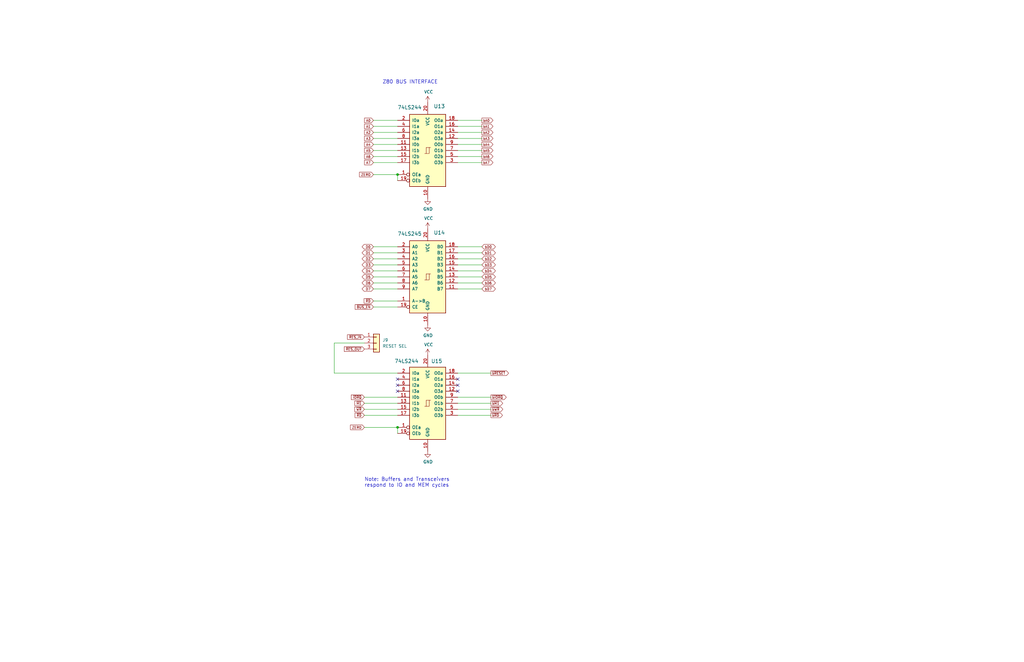
<source format=kicad_sch>
(kicad_sch (version 20211123) (generator eeschema)
  (paper "B")
  (lib_symbols
    (symbol "74xx:74LS244" (pin_names (offset 1.016))
      (property "Reference" "U" (at -7.62 16.51 0))
      (property "Value" "74LS244" (at -7.62 -16.51 0))
      (symbol "74LS244_1_0"
        (polyline (pts (xy -0.635 -1.27) (xy -0.635 1.27) (xy 0.635 1.27)))
        (polyline (pts (xy -1.27 -1.27) (xy 0.635 -1.27) (xy 0.635 1.27) (xy 1.27 1.27)))
        (pin input inverted (at -12.7 -10.16 0) (length 5.08) (name "OEa") (number "1"))
        (pin power_in line (at 0 -20.32 90) (length 5.08) (name "GND") (number "10"))
        (pin input line (at -12.7 2.54 0) (length 5.08) (name "I0b") (number "11"))
        (pin tri_state line (at 12.7 5.08 180) (length 5.08) (name "O3a") (number "12"))
        (pin input line (at -12.7 0 0) (length 5.08) (name "I1b") (number "13"))
        (pin tri_state line (at 12.7 7.62 180) (length 5.08) (name "O2a") (number "14"))
        (pin input line (at -12.7 -2.54 0) (length 5.08) (name "I2b") (number "15"))
        (pin tri_state line (at 12.7 10.16 180) (length 5.08) (name "O1a") (number "16"))
        (pin input line (at -12.7 -5.08 0) (length 5.08) (name "I3b") (number "17"))
        (pin tri_state line (at 12.7 12.7 180) (length 5.08) (name "O0a") (number "18"))
        (pin input inverted (at -12.7 -12.7 0) (length 5.08) (name "OEb") (number "19"))
        (pin input line (at -12.7 12.7 0) (length 5.08) (name "I0a") (number "2"))
        (pin power_in line (at 0 20.32 270) (length 5.08) (name "VCC") (number "20"))
        (pin tri_state line (at 12.7 -5.08 180) (length 5.08) (name "O3b") (number "3"))
        (pin input line (at -12.7 10.16 0) (length 5.08) (name "I1a") (number "4"))
        (pin tri_state line (at 12.7 -2.54 180) (length 5.08) (name "O2b") (number "5"))
        (pin input line (at -12.7 7.62 0) (length 5.08) (name "I2a") (number "6"))
        (pin tri_state line (at 12.7 0 180) (length 5.08) (name "O1b") (number "7"))
        (pin input line (at -12.7 5.08 0) (length 5.08) (name "I3a") (number "8"))
        (pin tri_state line (at 12.7 2.54 180) (length 5.08) (name "O0b") (number "9"))
      )
      (symbol "74LS244_1_1"
        (rectangle (start -7.62 15.24) (end 7.62 -15.24) (stroke (width 0.254)) (fill (type background)))
      )
    )
    (symbol "74xx:74LS245" (pin_names (offset 1.016))
      (property "Reference" "U" (at -7.62 16.51 0))
      (property "Value" "74LS245" (at -7.62 -16.51 0))
      (symbol "74LS245_1_0"
        (polyline (pts (xy -0.635 -1.27) (xy -0.635 1.27) (xy 0.635 1.27)))
        (polyline (pts (xy -1.27 -1.27) (xy 0.635 -1.27) (xy 0.635 1.27) (xy 1.27 1.27)))
        (pin input line (at -12.7 -10.16 0) (length 5.08) (name "A->B") (number "1"))
        (pin power_in line (at 0 -20.32 90) (length 5.08) (name "GND") (number "10"))
        (pin tri_state line (at 12.7 -5.08 180) (length 5.08) (name "B7") (number "11"))
        (pin tri_state line (at 12.7 -2.54 180) (length 5.08) (name "B6") (number "12"))
        (pin tri_state line (at 12.7 0 180) (length 5.08) (name "B5") (number "13"))
        (pin tri_state line (at 12.7 2.54 180) (length 5.08) (name "B4") (number "14"))
        (pin tri_state line (at 12.7 5.08 180) (length 5.08) (name "B3") (number "15"))
        (pin tri_state line (at 12.7 7.62 180) (length 5.08) (name "B2") (number "16"))
        (pin tri_state line (at 12.7 10.16 180) (length 5.08) (name "B1") (number "17"))
        (pin tri_state line (at 12.7 12.7 180) (length 5.08) (name "B0") (number "18"))
        (pin input inverted (at -12.7 -12.7 0) (length 5.08) (name "CE") (number "19"))
        (pin tri_state line (at -12.7 12.7 0) (length 5.08) (name "A0") (number "2"))
        (pin power_in line (at 0 20.32 270) (length 5.08) (name "VCC") (number "20"))
        (pin tri_state line (at -12.7 10.16 0) (length 5.08) (name "A1") (number "3"))
        (pin tri_state line (at -12.7 7.62 0) (length 5.08) (name "A2") (number "4"))
        (pin tri_state line (at -12.7 5.08 0) (length 5.08) (name "A3") (number "5"))
        (pin tri_state line (at -12.7 2.54 0) (length 5.08) (name "A4") (number "6"))
        (pin tri_state line (at -12.7 0 0) (length 5.08) (name "A5") (number "7"))
        (pin tri_state line (at -12.7 -2.54 0) (length 5.08) (name "A6") (number "8"))
        (pin tri_state line (at -12.7 -5.08 0) (length 5.08) (name "A7") (number "9"))
      )
      (symbol "74LS245_1_1"
        (rectangle (start -7.62 15.24) (end 7.62 -15.24) (stroke (width 0.254)) (fill (type background)))
      )
    )
    (symbol "Connector_Generic:Conn_01x03" (pin_names (offset 1.016) hide)
      (property "Reference" "J" (at 0 5.08 0))
      (property "Value" "Conn_01x03" (at 0 -5.08 0))
      (symbol "Conn_01x03_1_1"
        (rectangle (start -1.27 -2.413) (end 0 -2.667) (stroke (width 0.1524)))
        (rectangle (start -1.27 0.127) (end 0 -0.127) (stroke (width 0.1524)))
        (rectangle (start -1.27 2.667) (end 0 2.413) (stroke (width 0.1524)))
        (rectangle (start -1.27 3.81) (end 1.27 -3.81) (stroke (width 0.254)) (fill (type background)))
        (pin passive line (at -5.08 2.54 0) (length 3.81) (name "Pin_1") (number "1"))
        (pin passive line (at -5.08 0 0) (length 3.81) (name "Pin_2") (number "2"))
        (pin passive line (at -5.08 -2.54 0) (length 3.81) (name "Pin_3") (number "3"))
      )
    )
    (symbol "power:GND" (power) (pin_names (offset 0))
      (property "Value" "GND" (at 0 -3.81 0))
      (symbol "GND_0_1"
        (polyline (pts (xy 0 0) (xy 0 -1.27) (xy 1.27 -1.27) (xy 0 -2.54) (xy -1.27 -1.27) (xy 0 -1.27)))
      )
      (symbol "GND_1_1"
        (pin power_in line (at 0 0 270) (length 0) hide (name "GND") (number "1"))
      )
    )
    (symbol "power:VCC" (power) (pin_names (offset 0))
      (property "Value" "VCC" (at 0 3.81 0))
      (symbol "VCC_0_1"
        (polyline (pts (xy -0.762 1.27) (xy 0 2.54)))
        (polyline (pts (xy 0 0) (xy 0 2.54)))
        (polyline (pts (xy 0 2.54) (xy 0.762 1.27)))
      )
      (symbol "VCC_1_1"
        (pin power_in line (at 0 0 90) (length 0) hide (name "VCC") (number "1"))
      )
    )
  )
  (junction (at 167.64 180.34))
  (junction (at 167.64 73.66))
  (no_connect (at 167.64 162.56))
  (no_connect (at 167.64 160.02))
  (no_connect (at 193.04 160.02))
  (no_connect (at 193.04 165.1))
  (no_connect (at 193.04 162.56))
  (no_connect (at 167.64 165.1))
  (wire (pts (xy 193.04 60.96) (xy 203.2 60.96)))
  (wire (pts (xy 193.04 167.64) (xy 207.01 167.64)))
  (wire (pts (xy 193.04 104.14) (xy 203.2 104.14)))
  (wire (pts (xy 157.48 119.38) (xy 167.64 119.38)))
  (wire (pts (xy 193.04 66.04) (xy 203.2 66.04)))
  (wire (pts (xy 167.64 180.34) (xy 167.64 182.88)))
  (wire (pts (xy 153.67 170.18) (xy 167.64 170.18)))
  (wire (pts (xy 157.48 127) (xy 167.64 127)))
  (wire (pts (xy 157.48 63.5) (xy 167.64 63.5)))
  (wire (pts (xy 157.48 106.68) (xy 167.64 106.68)))
  (wire (pts (xy 157.48 53.34) (xy 167.64 53.34)))
  (wire (pts (xy 193.04 68.58) (xy 203.2 68.58)))
  (wire (pts (xy 157.48 116.84) (xy 167.64 116.84)))
  (wire (pts (xy 193.04 157.48) (xy 207.01 157.48)))
  (wire (pts (xy 157.48 66.04) (xy 167.64 66.04)))
  (wire (pts (xy 157.48 68.58) (xy 167.64 68.58)))
  (wire (pts (xy 157.48 104.14) (xy 167.64 104.14)))
  (wire (pts (xy 157.48 109.22) (xy 167.64 109.22)))
  (wire (pts (xy 193.04 111.76) (xy 203.2 111.76)))
  (wire (pts (xy 157.48 114.3) (xy 167.64 114.3)))
  (wire (pts (xy 193.04 50.8) (xy 203.2 50.8)))
  (wire (pts (xy 153.67 167.64) (xy 167.64 167.64)))
  (wire (pts (xy 157.48 55.88) (xy 167.64 55.88)))
  (wire (pts (xy 193.04 106.68) (xy 203.2 106.68)))
  (wire (pts (xy 193.04 175.26) (xy 207.01 175.26)))
  (wire (pts (xy 157.48 121.92) (xy 167.64 121.92)))
  (wire (pts (xy 157.48 50.8) (xy 167.64 50.8)))
  (wire (pts (xy 157.48 58.42) (xy 167.64 58.42)))
  (wire (pts (xy 140.97 157.48) (xy 167.64 157.48)))
  (wire (pts (xy 193.04 121.92) (xy 203.2 121.92)))
  (wire (pts (xy 193.04 116.84) (xy 203.2 116.84)))
  (wire (pts (xy 153.67 172.72) (xy 167.64 172.72)))
  (wire (pts (xy 153.67 180.34) (xy 167.64 180.34)))
  (wire (pts (xy 157.48 129.54) (xy 167.64 129.54)))
  (wire (pts (xy 140.97 144.78) (xy 140.97 157.48)))
  (wire (pts (xy 193.04 55.88) (xy 203.2 55.88)))
  (wire (pts (xy 193.04 172.72) (xy 207.01 172.72)))
  (wire (pts (xy 157.48 60.96) (xy 167.64 60.96)))
  (wire (pts (xy 193.04 53.34) (xy 203.2 53.34)))
  (wire (pts (xy 193.04 109.22) (xy 203.2 109.22)))
  (wire (pts (xy 157.48 111.76) (xy 167.64 111.76)))
  (wire (pts (xy 193.04 114.3) (xy 203.2 114.3)))
  (wire (pts (xy 140.97 144.78) (xy 153.67 144.78)))
  (wire (pts (xy 167.64 76.2) (xy 167.64 73.66)))
  (wire (pts (xy 157.48 73.66) (xy 167.64 73.66)))
  (wire (pts (xy 153.67 175.26) (xy 167.64 175.26)))
  (wire (pts (xy 193.04 63.5) (xy 203.2 63.5)))
  (wire (pts (xy 193.04 119.38) (xy 203.2 119.38)))
  (wire (pts (xy 193.04 58.42) (xy 203.2 58.42)))
  (wire (pts (xy 193.04 170.18) (xy 207.01 170.18)))
  (text "Z80 BUS INTERFACE" (at 161.29 35.56 0) (effects (font (size 1.524 1.524)) (justify left bottom)))
  (text "Note: Buffers and Transceivers\nrespond to IO and MEM cycles" (at 153.67 205.74 0) (effects (font (size 1.524 1.524)) (justify left bottom)))
  (global_label "bD5" (shape bidirectional) (at 203.2 116.84 0) (effects (font (size 1.016 1.016))) (property "Intersheet References" "${INTERSHEET_REFS}" (effects hide)))
  (global_label "~{RES_OUT}" (shape input) (at 153.67 147.32 180) (effects (font (size 1.016 1.016))) (property "Intersheet References" "${INTERSHEET_REFS}" (effects hide)))
  (global_label "bA4" (shape output) (at 203.2 60.96 0) (effects (font (size 1.016 1.016))) (property "Intersheet References" "${INTERSHEET_REFS}" (effects hide)))
  (global_label "D4" (shape bidirectional) (at 157.48 114.3 180) (effects (font (size 1.016 1.016))) (property "Intersheet References" "${INTERSHEET_REFS}" (effects hide)))
  (global_label "~{RES_IN}" (shape input) (at 153.67 142.24 180) (effects (font (size 1.016 1.016))) (property "Intersheet References" "${INTERSHEET_REFS}" (effects hide)))
  (global_label "~{bWR}" (shape output) (at 207.01 172.72 0) (effects (font (size 1.016 1.016))) (property "Intersheet References" "${INTERSHEET_REFS}" (effects hide)))
  (global_label "~{bRESET}" (shape output) (at 207.01 157.48 0) (effects (font (size 1.016 1.016))) (property "Intersheet References" "${INTERSHEET_REFS}" (effects hide)))
  (global_label "~{bIORQ}" (shape output) (at 207.01 167.64 0) (effects (font (size 1.016 1.016))) (property "Intersheet References" "${INTERSHEET_REFS}" (effects hide)))
  (global_label "~{WR}" (shape input) (at 153.67 172.72 180) (effects (font (size 1.016 1.016))) (property "Intersheet References" "${INTERSHEET_REFS}" (effects hide)))
  (global_label "bA3" (shape output) (at 203.2 58.42 0) (effects (font (size 1.016 1.016))) (property "Intersheet References" "${INTERSHEET_REFS}" (effects hide)))
  (global_label "D3" (shape bidirectional) (at 157.48 111.76 180) (effects (font (size 1.016 1.016))) (property "Intersheet References" "${INTERSHEET_REFS}" (effects hide)))
  (global_label "ZERO" (shape input) (at 153.67 180.34 180) (effects (font (size 1.016 1.016))) (property "Intersheet References" "${INTERSHEET_REFS}" (effects hide)))
  (global_label "bD2" (shape bidirectional) (at 203.2 109.22 0) (effects (font (size 1.016 1.016))) (property "Intersheet References" "${INTERSHEET_REFS}" (effects hide)))
  (global_label "~{BUS_EN}" (shape input) (at 157.48 129.54 180) (effects (font (size 1.016 1.016))) (property "Intersheet References" "${INTERSHEET_REFS}" (effects hide)))
  (global_label "A7" (shape input) (at 157.48 68.58 180) (effects (font (size 1.016 1.016))) (property "Intersheet References" "${INTERSHEET_REFS}" (effects hide)))
  (global_label "A1" (shape input) (at 157.48 53.34 180) (effects (font (size 1.016 1.016))) (property "Intersheet References" "${INTERSHEET_REFS}" (effects hide)))
  (global_label "bD7" (shape bidirectional) (at 203.2 121.92 0) (effects (font (size 1.016 1.016))) (property "Intersheet References" "${INTERSHEET_REFS}" (effects hide)))
  (global_label "D6" (shape bidirectional) (at 157.48 119.38 180) (effects (font (size 1.016 1.016))) (property "Intersheet References" "${INTERSHEET_REFS}" (effects hide)))
  (global_label "~{bRD}" (shape output) (at 207.01 175.26 0) (effects (font (size 1.016 1.016))) (property "Intersheet References" "${INTERSHEET_REFS}" (effects hide)))
  (global_label "ZERO" (shape input) (at 157.48 73.66 180) (effects (font (size 1.016 1.016))) (property "Intersheet References" "${INTERSHEET_REFS}" (effects hide)))
  (global_label "~{IORQ}" (shape input) (at 153.67 167.64 180) (effects (font (size 1.016 1.016))) (property "Intersheet References" "${INTERSHEET_REFS}" (effects hide)))
  (global_label "bA0" (shape output) (at 203.2 50.8 0) (effects (font (size 1.016 1.016))) (property "Intersheet References" "${INTERSHEET_REFS}" (effects hide)))
  (global_label "~{M1}" (shape input) (at 153.67 170.18 180) (effects (font (size 1.016 1.016))) (property "Intersheet References" "${INTERSHEET_REFS}" (effects hide)))
  (global_label "D1" (shape bidirectional) (at 157.48 106.68 180) (effects (font (size 1.016 1.016))) (property "Intersheet References" "${INTERSHEET_REFS}" (effects hide)))
  (global_label "bA6" (shape output) (at 203.2 66.04 0) (effects (font (size 1.016 1.016))) (property "Intersheet References" "${INTERSHEET_REFS}" (effects hide)))
  (global_label "D5" (shape bidirectional) (at 157.48 116.84 180) (effects (font (size 1.016 1.016))) (property "Intersheet References" "${INTERSHEET_REFS}" (effects hide)))
  (global_label "bD3" (shape bidirectional) (at 203.2 111.76 0) (effects (font (size 1.016 1.016))) (property "Intersheet References" "${INTERSHEET_REFS}" (effects hide)))
  (global_label "A2" (shape input) (at 157.48 55.88 180) (effects (font (size 1.016 1.016))) (property "Intersheet References" "${INTERSHEET_REFS}" (effects hide)))
  (global_label "A4" (shape input) (at 157.48 60.96 180) (effects (font (size 1.016 1.016))) (property "Intersheet References" "${INTERSHEET_REFS}" (effects hide)))
  (global_label "D2" (shape bidirectional) (at 157.48 109.22 180) (effects (font (size 1.016 1.016))) (property "Intersheet References" "${INTERSHEET_REFS}" (effects hide)))
  (global_label "bA2" (shape output) (at 203.2 55.88 0) (effects (font (size 1.016 1.016))) (property "Intersheet References" "${INTERSHEET_REFS}" (effects hide)))
  (global_label "bA1" (shape output) (at 203.2 53.34 0) (effects (font (size 1.016 1.016))) (property "Intersheet References" "${INTERSHEET_REFS}" (effects hide)))
  (global_label "bA7" (shape output) (at 203.2 68.58 0) (effects (font (size 1.016 1.016))) (property "Intersheet References" "${INTERSHEET_REFS}" (effects hide)))
  (global_label "bD4" (shape bidirectional) (at 203.2 114.3 0) (effects (font (size 1.016 1.016))) (property "Intersheet References" "${INTERSHEET_REFS}" (effects hide)))
  (global_label "D7" (shape bidirectional) (at 157.48 121.92 180) (effects (font (size 1.016 1.016))) (property "Intersheet References" "${INTERSHEET_REFS}" (effects hide)))
  (global_label "~{RD}" (shape input) (at 157.48 127 180) (effects (font (size 1.016 1.016))) (property "Intersheet References" "${INTERSHEET_REFS}" (effects hide)))
  (global_label "~{RD}" (shape input) (at 153.67 175.26 180) (effects (font (size 1.016 1.016))) (property "Intersheet References" "${INTERSHEET_REFS}" (effects hide)))
  (global_label "A3" (shape input) (at 157.48 58.42 180) (effects (font (size 1.016 1.016))) (property "Intersheet References" "${INTERSHEET_REFS}" (effects hide)))
  (global_label "bD1" (shape bidirectional) (at 203.2 106.68 0) (effects (font (size 1.016 1.016))) (property "Intersheet References" "${INTERSHEET_REFS}" (effects hide)))
  (global_label "A6" (shape input) (at 157.48 66.04 180) (effects (font (size 1.016 1.016))) (property "Intersheet References" "${INTERSHEET_REFS}" (effects hide)))
  (global_label "~{bM1}" (shape output) (at 207.01 170.18 0) (effects (font (size 1.016 1.016))) (property "Intersheet References" "${INTERSHEET_REFS}" (effects hide)))
  (global_label "bD6" (shape bidirectional) (at 203.2 119.38 0) (effects (font (size 1.016 1.016))) (property "Intersheet References" "${INTERSHEET_REFS}" (effects hide)))
  (global_label "bA5" (shape output) (at 203.2 63.5 0) (effects (font (size 1.016 1.016))) (property "Intersheet References" "${INTERSHEET_REFS}" (effects hide)))
  (global_label "A5" (shape input) (at 157.48 63.5 180) (effects (font (size 1.016 1.016))) (property "Intersheet References" "${INTERSHEET_REFS}" (effects hide)))
  (global_label "D0" (shape bidirectional) (at 157.48 104.14 180) (effects (font (size 1.016 1.016))) (property "Intersheet References" "${INTERSHEET_REFS}" (effects hide)))
  (global_label "A0" (shape input) (at 157.48 50.8 180) (effects (font (size 1.016 1.016))) (property "Intersheet References" "${INTERSHEET_REFS}" (effects hide)))
  (global_label "bD0" (shape bidirectional) (at 203.2 104.14 0) (effects (font (size 1.016 1.016))) (property "Intersheet References" "${INTERSHEET_REFS}" (effects hide)))
  (symbol (lib_id "74xx:74LS245") (at 180.34 116.84 0) (unit 1)
    (property "Reference" "U14" (at 182.88 99.06 0) (effects (font (size 1.524 1.524)) (justify left bottom)))
    (property "Value" "74LS245" (at 167.64 97.79 0) (effects (font (size 1.524 1.524)) (justify left top)))
    (property "Footprint" "Package_DIP:DIP-20_W7.62mm" (effects hide))
    (property "Datasheet" "http://www.ti.com/lit/gpn/sn74LS245" (effects hide))
  )
  (symbol (lib_id "power:VCC") (at 180.34 43.18 0) (unit 1)
    (property "Reference" "#PWR037" (effects hide))
    (property "Value" "VCC" (at 180.721 38.7858 0))
  )
  (symbol (lib_id "power:GND") (at 180.34 83.82 0) (unit 1)
    (property "Reference" "#PWR038" (effects hide))
    (property "Value" "GND" (at 180.467 88.2142 0))
  )
  (symbol (lib_id "power:VCC") (at 180.34 96.52 0) (unit 1)
    (property "Reference" "#PWR039" (effects hide))
    (property "Value" "VCC" (at 180.721 92.1258 0))
  )
  (symbol (lib_id "power:VCC") (at 180.34 149.86 0) (unit 1)
    (property "Reference" "#PWR041" (effects hide))
    (property "Value" "VCC" (at 180.721 145.4658 0))
  )
  (symbol (lib_id "power:GND") (at 180.34 137.16 0) (unit 1)
    (property "Reference" "#PWR040" (effects hide))
    (property "Value" "GND" (at 180.467 141.5542 0))
  )
  (symbol (lib_id "power:GND") (at 180.34 190.5 0) (unit 1)
    (property "Reference" "#PWR042" (effects hide))
    (property "Value" "GND" (at 180.467 194.8942 0))
  )
  (symbol (lib_id "74xx:74LS244") (at 180.34 170.18 0) (unit 1)
    (property "Reference" "U15" (at 184.15 152.4 0) (effects (font (size 1.524 1.524))))
    (property "Value" "74LS244" (at 171.45 152.4 0) (effects (font (size 1.524 1.524))))
    (property "Footprint" "Package_DIP:DIP-20_W7.62mm" (effects hide))
    (property "Datasheet" "http://www.ti.com/lit/ds/symlink/sn74ls244.pdf" (effects hide))
  )
  (symbol (lib_id "74xx:74LS244") (at 180.34 63.5 0) (unit 1)
    (property "Reference" "U13" (at 182.88 45.72 0) (effects (font (size 1.524 1.524)) (justify left bottom)))
    (property "Value" "74LS244" (at 167.64 44.45 0) (effects (font (size 1.524 1.524)) (justify left top)))
    (property "Footprint" "Package_DIP:DIP-20_W7.62mm" (effects hide))
    (property "Datasheet" "http://www.ti.com/lit/ds/symlink/sn74ls244.pdf" (effects hide))
  )
  (symbol (lib_id "Connector_Generic:Conn_01x03") (at 158.75 144.78 0) (unit 1)
    (property "Reference" "J9" (at 161.29 143.5099 0) (effects (justify left)))
    (property "Value" "RESET SEL" (at 161.29 146.0499 0) (effects (justify left)))
    (property "Footprint" "Connector_PinHeader_2.54mm:PinHeader_1x03_P2.54mm_Vertical" (effects hide))
  )
)
</source>
